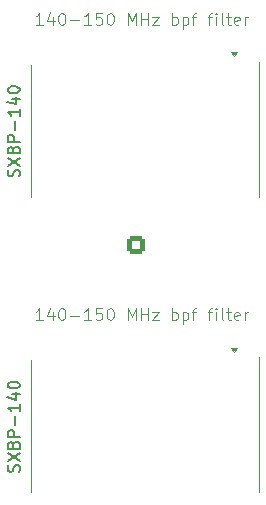
<source format=gto>
G04 #@! TF.GenerationSoftware,KiCad,Pcbnew,8.0.3*
G04 #@! TF.CreationDate,2024-06-27T10:28:22+02:00*
G04 #@! TF.ProjectId,145MHz_BPF,3134354d-487a-45f4-9250-462e6b696361,rev?*
G04 #@! TF.SameCoordinates,Original*
G04 #@! TF.FileFunction,Legend,Top*
G04 #@! TF.FilePolarity,Positive*
%FSLAX46Y46*%
G04 Gerber Fmt 4.6, Leading zero omitted, Abs format (unit mm)*
G04 Created by KiCad (PCBNEW 8.0.3) date 2024-06-27 10:28:22*
%MOMM*%
%LPD*%
G01*
G04 APERTURE LIST*
G04 Aperture macros list*
%AMRoundRect*
0 Rectangle with rounded corners*
0 $1 Rounding radius*
0 $2 $3 $4 $5 $6 $7 $8 $9 X,Y pos of 4 corners*
0 Add a 4 corners polygon primitive as box body*
4,1,4,$2,$3,$4,$5,$6,$7,$8,$9,$2,$3,0*
0 Add four circle primitives for the rounded corners*
1,1,$1+$1,$2,$3*
1,1,$1+$1,$4,$5*
1,1,$1+$1,$6,$7*
1,1,$1+$1,$8,$9*
0 Add four rect primitives between the rounded corners*
20,1,$1+$1,$2,$3,$4,$5,0*
20,1,$1+$1,$4,$5,$6,$7,0*
20,1,$1+$1,$6,$7,$8,$9,0*
20,1,$1+$1,$8,$9,$2,$3,0*%
G04 Aperture macros list end*
%ADD10C,0.100000*%
%ADD11C,0.150000*%
%ADD12C,0.120000*%
%ADD13RoundRect,0.250000X0.550000X-0.550000X0.550000X0.550000X-0.550000X0.550000X-0.550000X-0.550000X0*%
%ADD14C,1.600000*%
%ADD15RoundRect,0.250000X-0.550000X-0.550000X0.550000X-0.550000X0.550000X0.550000X-0.550000X0.550000X0*%
%ADD16R,1.524000X1.397000*%
G04 APERTURE END LIST*
D10*
X96827693Y-73372419D02*
X96256265Y-73372419D01*
X96541979Y-73372419D02*
X96541979Y-72372419D01*
X96541979Y-72372419D02*
X96446741Y-72515276D01*
X96446741Y-72515276D02*
X96351503Y-72610514D01*
X96351503Y-72610514D02*
X96256265Y-72658133D01*
X97684836Y-72705752D02*
X97684836Y-73372419D01*
X97446741Y-72324800D02*
X97208646Y-73039085D01*
X97208646Y-73039085D02*
X97827693Y-73039085D01*
X98399122Y-72372419D02*
X98494360Y-72372419D01*
X98494360Y-72372419D02*
X98589598Y-72420038D01*
X98589598Y-72420038D02*
X98637217Y-72467657D01*
X98637217Y-72467657D02*
X98684836Y-72562895D01*
X98684836Y-72562895D02*
X98732455Y-72753371D01*
X98732455Y-72753371D02*
X98732455Y-72991466D01*
X98732455Y-72991466D02*
X98684836Y-73181942D01*
X98684836Y-73181942D02*
X98637217Y-73277180D01*
X98637217Y-73277180D02*
X98589598Y-73324800D01*
X98589598Y-73324800D02*
X98494360Y-73372419D01*
X98494360Y-73372419D02*
X98399122Y-73372419D01*
X98399122Y-73372419D02*
X98303884Y-73324800D01*
X98303884Y-73324800D02*
X98256265Y-73277180D01*
X98256265Y-73277180D02*
X98208646Y-73181942D01*
X98208646Y-73181942D02*
X98161027Y-72991466D01*
X98161027Y-72991466D02*
X98161027Y-72753371D01*
X98161027Y-72753371D02*
X98208646Y-72562895D01*
X98208646Y-72562895D02*
X98256265Y-72467657D01*
X98256265Y-72467657D02*
X98303884Y-72420038D01*
X98303884Y-72420038D02*
X98399122Y-72372419D01*
X99161027Y-72991466D02*
X99922932Y-72991466D01*
X100922931Y-73372419D02*
X100351503Y-73372419D01*
X100637217Y-73372419D02*
X100637217Y-72372419D01*
X100637217Y-72372419D02*
X100541979Y-72515276D01*
X100541979Y-72515276D02*
X100446741Y-72610514D01*
X100446741Y-72610514D02*
X100351503Y-72658133D01*
X101827693Y-72372419D02*
X101351503Y-72372419D01*
X101351503Y-72372419D02*
X101303884Y-72848609D01*
X101303884Y-72848609D02*
X101351503Y-72800990D01*
X101351503Y-72800990D02*
X101446741Y-72753371D01*
X101446741Y-72753371D02*
X101684836Y-72753371D01*
X101684836Y-72753371D02*
X101780074Y-72800990D01*
X101780074Y-72800990D02*
X101827693Y-72848609D01*
X101827693Y-72848609D02*
X101875312Y-72943847D01*
X101875312Y-72943847D02*
X101875312Y-73181942D01*
X101875312Y-73181942D02*
X101827693Y-73277180D01*
X101827693Y-73277180D02*
X101780074Y-73324800D01*
X101780074Y-73324800D02*
X101684836Y-73372419D01*
X101684836Y-73372419D02*
X101446741Y-73372419D01*
X101446741Y-73372419D02*
X101351503Y-73324800D01*
X101351503Y-73324800D02*
X101303884Y-73277180D01*
X102494360Y-72372419D02*
X102589598Y-72372419D01*
X102589598Y-72372419D02*
X102684836Y-72420038D01*
X102684836Y-72420038D02*
X102732455Y-72467657D01*
X102732455Y-72467657D02*
X102780074Y-72562895D01*
X102780074Y-72562895D02*
X102827693Y-72753371D01*
X102827693Y-72753371D02*
X102827693Y-72991466D01*
X102827693Y-72991466D02*
X102780074Y-73181942D01*
X102780074Y-73181942D02*
X102732455Y-73277180D01*
X102732455Y-73277180D02*
X102684836Y-73324800D01*
X102684836Y-73324800D02*
X102589598Y-73372419D01*
X102589598Y-73372419D02*
X102494360Y-73372419D01*
X102494360Y-73372419D02*
X102399122Y-73324800D01*
X102399122Y-73324800D02*
X102351503Y-73277180D01*
X102351503Y-73277180D02*
X102303884Y-73181942D01*
X102303884Y-73181942D02*
X102256265Y-72991466D01*
X102256265Y-72991466D02*
X102256265Y-72753371D01*
X102256265Y-72753371D02*
X102303884Y-72562895D01*
X102303884Y-72562895D02*
X102351503Y-72467657D01*
X102351503Y-72467657D02*
X102399122Y-72420038D01*
X102399122Y-72420038D02*
X102494360Y-72372419D01*
X104018170Y-73372419D02*
X104018170Y-72372419D01*
X104018170Y-72372419D02*
X104351503Y-73086704D01*
X104351503Y-73086704D02*
X104684836Y-72372419D01*
X104684836Y-72372419D02*
X104684836Y-73372419D01*
X105161027Y-73372419D02*
X105161027Y-72372419D01*
X105161027Y-72848609D02*
X105732455Y-72848609D01*
X105732455Y-73372419D02*
X105732455Y-72372419D01*
X106113408Y-72705752D02*
X106637217Y-72705752D01*
X106637217Y-72705752D02*
X106113408Y-73372419D01*
X106113408Y-73372419D02*
X106637217Y-73372419D01*
X107780075Y-73372419D02*
X107780075Y-72372419D01*
X107780075Y-72753371D02*
X107875313Y-72705752D01*
X107875313Y-72705752D02*
X108065789Y-72705752D01*
X108065789Y-72705752D02*
X108161027Y-72753371D01*
X108161027Y-72753371D02*
X108208646Y-72800990D01*
X108208646Y-72800990D02*
X108256265Y-72896228D01*
X108256265Y-72896228D02*
X108256265Y-73181942D01*
X108256265Y-73181942D02*
X108208646Y-73277180D01*
X108208646Y-73277180D02*
X108161027Y-73324800D01*
X108161027Y-73324800D02*
X108065789Y-73372419D01*
X108065789Y-73372419D02*
X107875313Y-73372419D01*
X107875313Y-73372419D02*
X107780075Y-73324800D01*
X108684837Y-72705752D02*
X108684837Y-73705752D01*
X108684837Y-72753371D02*
X108780075Y-72705752D01*
X108780075Y-72705752D02*
X108970551Y-72705752D01*
X108970551Y-72705752D02*
X109065789Y-72753371D01*
X109065789Y-72753371D02*
X109113408Y-72800990D01*
X109113408Y-72800990D02*
X109161027Y-72896228D01*
X109161027Y-72896228D02*
X109161027Y-73181942D01*
X109161027Y-73181942D02*
X109113408Y-73277180D01*
X109113408Y-73277180D02*
X109065789Y-73324800D01*
X109065789Y-73324800D02*
X108970551Y-73372419D01*
X108970551Y-73372419D02*
X108780075Y-73372419D01*
X108780075Y-73372419D02*
X108684837Y-73324800D01*
X109446742Y-72705752D02*
X109827694Y-72705752D01*
X109589599Y-73372419D02*
X109589599Y-72515276D01*
X109589599Y-72515276D02*
X109637218Y-72420038D01*
X109637218Y-72420038D02*
X109732456Y-72372419D01*
X109732456Y-72372419D02*
X109827694Y-72372419D01*
X110780076Y-72705752D02*
X111161028Y-72705752D01*
X110922933Y-73372419D02*
X110922933Y-72515276D01*
X110922933Y-72515276D02*
X110970552Y-72420038D01*
X110970552Y-72420038D02*
X111065790Y-72372419D01*
X111065790Y-72372419D02*
X111161028Y-72372419D01*
X111494362Y-73372419D02*
X111494362Y-72705752D01*
X111494362Y-72372419D02*
X111446743Y-72420038D01*
X111446743Y-72420038D02*
X111494362Y-72467657D01*
X111494362Y-72467657D02*
X111541981Y-72420038D01*
X111541981Y-72420038D02*
X111494362Y-72372419D01*
X111494362Y-72372419D02*
X111494362Y-72467657D01*
X112113409Y-73372419D02*
X112018171Y-73324800D01*
X112018171Y-73324800D02*
X111970552Y-73229561D01*
X111970552Y-73229561D02*
X111970552Y-72372419D01*
X112351505Y-72705752D02*
X112732457Y-72705752D01*
X112494362Y-72372419D02*
X112494362Y-73229561D01*
X112494362Y-73229561D02*
X112541981Y-73324800D01*
X112541981Y-73324800D02*
X112637219Y-73372419D01*
X112637219Y-73372419D02*
X112732457Y-73372419D01*
X113446743Y-73324800D02*
X113351505Y-73372419D01*
X113351505Y-73372419D02*
X113161029Y-73372419D01*
X113161029Y-73372419D02*
X113065791Y-73324800D01*
X113065791Y-73324800D02*
X113018172Y-73229561D01*
X113018172Y-73229561D02*
X113018172Y-72848609D01*
X113018172Y-72848609D02*
X113065791Y-72753371D01*
X113065791Y-72753371D02*
X113161029Y-72705752D01*
X113161029Y-72705752D02*
X113351505Y-72705752D01*
X113351505Y-72705752D02*
X113446743Y-72753371D01*
X113446743Y-72753371D02*
X113494362Y-72848609D01*
X113494362Y-72848609D02*
X113494362Y-72943847D01*
X113494362Y-72943847D02*
X113018172Y-73039085D01*
X113922934Y-73372419D02*
X113922934Y-72705752D01*
X113922934Y-72896228D02*
X113970553Y-72800990D01*
X113970553Y-72800990D02*
X114018172Y-72753371D01*
X114018172Y-72753371D02*
X114113410Y-72705752D01*
X114113410Y-72705752D02*
X114208648Y-72705752D01*
D11*
X94822200Y-86210839D02*
X94869819Y-86067982D01*
X94869819Y-86067982D02*
X94869819Y-85829887D01*
X94869819Y-85829887D02*
X94822200Y-85734649D01*
X94822200Y-85734649D02*
X94774580Y-85687030D01*
X94774580Y-85687030D02*
X94679342Y-85639411D01*
X94679342Y-85639411D02*
X94584104Y-85639411D01*
X94584104Y-85639411D02*
X94488866Y-85687030D01*
X94488866Y-85687030D02*
X94441247Y-85734649D01*
X94441247Y-85734649D02*
X94393628Y-85829887D01*
X94393628Y-85829887D02*
X94346009Y-86020363D01*
X94346009Y-86020363D02*
X94298390Y-86115601D01*
X94298390Y-86115601D02*
X94250771Y-86163220D01*
X94250771Y-86163220D02*
X94155533Y-86210839D01*
X94155533Y-86210839D02*
X94060295Y-86210839D01*
X94060295Y-86210839D02*
X93965057Y-86163220D01*
X93965057Y-86163220D02*
X93917438Y-86115601D01*
X93917438Y-86115601D02*
X93869819Y-86020363D01*
X93869819Y-86020363D02*
X93869819Y-85782268D01*
X93869819Y-85782268D02*
X93917438Y-85639411D01*
X93869819Y-85306077D02*
X94869819Y-84639411D01*
X93869819Y-84639411D02*
X94869819Y-85306077D01*
X94346009Y-83925125D02*
X94393628Y-83782268D01*
X94393628Y-83782268D02*
X94441247Y-83734649D01*
X94441247Y-83734649D02*
X94536485Y-83687030D01*
X94536485Y-83687030D02*
X94679342Y-83687030D01*
X94679342Y-83687030D02*
X94774580Y-83734649D01*
X94774580Y-83734649D02*
X94822200Y-83782268D01*
X94822200Y-83782268D02*
X94869819Y-83877506D01*
X94869819Y-83877506D02*
X94869819Y-84258458D01*
X94869819Y-84258458D02*
X93869819Y-84258458D01*
X93869819Y-84258458D02*
X93869819Y-83925125D01*
X93869819Y-83925125D02*
X93917438Y-83829887D01*
X93917438Y-83829887D02*
X93965057Y-83782268D01*
X93965057Y-83782268D02*
X94060295Y-83734649D01*
X94060295Y-83734649D02*
X94155533Y-83734649D01*
X94155533Y-83734649D02*
X94250771Y-83782268D01*
X94250771Y-83782268D02*
X94298390Y-83829887D01*
X94298390Y-83829887D02*
X94346009Y-83925125D01*
X94346009Y-83925125D02*
X94346009Y-84258458D01*
X94869819Y-83258458D02*
X93869819Y-83258458D01*
X93869819Y-83258458D02*
X93869819Y-82877506D01*
X93869819Y-82877506D02*
X93917438Y-82782268D01*
X93917438Y-82782268D02*
X93965057Y-82734649D01*
X93965057Y-82734649D02*
X94060295Y-82687030D01*
X94060295Y-82687030D02*
X94203152Y-82687030D01*
X94203152Y-82687030D02*
X94298390Y-82734649D01*
X94298390Y-82734649D02*
X94346009Y-82782268D01*
X94346009Y-82782268D02*
X94393628Y-82877506D01*
X94393628Y-82877506D02*
X94393628Y-83258458D01*
X94488866Y-82258458D02*
X94488866Y-81496554D01*
X94869819Y-80496554D02*
X94869819Y-81067982D01*
X94869819Y-80782268D02*
X93869819Y-80782268D01*
X93869819Y-80782268D02*
X94012676Y-80877506D01*
X94012676Y-80877506D02*
X94107914Y-80972744D01*
X94107914Y-80972744D02*
X94155533Y-81067982D01*
X94203152Y-79639411D02*
X94869819Y-79639411D01*
X93822200Y-79877506D02*
X94536485Y-80115601D01*
X94536485Y-80115601D02*
X94536485Y-79496554D01*
X93869819Y-78925125D02*
X93869819Y-78829887D01*
X93869819Y-78829887D02*
X93917438Y-78734649D01*
X93917438Y-78734649D02*
X93965057Y-78687030D01*
X93965057Y-78687030D02*
X94060295Y-78639411D01*
X94060295Y-78639411D02*
X94250771Y-78591792D01*
X94250771Y-78591792D02*
X94488866Y-78591792D01*
X94488866Y-78591792D02*
X94679342Y-78639411D01*
X94679342Y-78639411D02*
X94774580Y-78687030D01*
X94774580Y-78687030D02*
X94822200Y-78734649D01*
X94822200Y-78734649D02*
X94869819Y-78829887D01*
X94869819Y-78829887D02*
X94869819Y-78925125D01*
X94869819Y-78925125D02*
X94822200Y-79020363D01*
X94822200Y-79020363D02*
X94774580Y-79067982D01*
X94774580Y-79067982D02*
X94679342Y-79115601D01*
X94679342Y-79115601D02*
X94488866Y-79163220D01*
X94488866Y-79163220D02*
X94250771Y-79163220D01*
X94250771Y-79163220D02*
X94060295Y-79115601D01*
X94060295Y-79115601D02*
X93965057Y-79067982D01*
X93965057Y-79067982D02*
X93917438Y-79020363D01*
X93917438Y-79020363D02*
X93869819Y-78925125D01*
D10*
X96827693Y-48372419D02*
X96256265Y-48372419D01*
X96541979Y-48372419D02*
X96541979Y-47372419D01*
X96541979Y-47372419D02*
X96446741Y-47515276D01*
X96446741Y-47515276D02*
X96351503Y-47610514D01*
X96351503Y-47610514D02*
X96256265Y-47658133D01*
X97684836Y-47705752D02*
X97684836Y-48372419D01*
X97446741Y-47324800D02*
X97208646Y-48039085D01*
X97208646Y-48039085D02*
X97827693Y-48039085D01*
X98399122Y-47372419D02*
X98494360Y-47372419D01*
X98494360Y-47372419D02*
X98589598Y-47420038D01*
X98589598Y-47420038D02*
X98637217Y-47467657D01*
X98637217Y-47467657D02*
X98684836Y-47562895D01*
X98684836Y-47562895D02*
X98732455Y-47753371D01*
X98732455Y-47753371D02*
X98732455Y-47991466D01*
X98732455Y-47991466D02*
X98684836Y-48181942D01*
X98684836Y-48181942D02*
X98637217Y-48277180D01*
X98637217Y-48277180D02*
X98589598Y-48324800D01*
X98589598Y-48324800D02*
X98494360Y-48372419D01*
X98494360Y-48372419D02*
X98399122Y-48372419D01*
X98399122Y-48372419D02*
X98303884Y-48324800D01*
X98303884Y-48324800D02*
X98256265Y-48277180D01*
X98256265Y-48277180D02*
X98208646Y-48181942D01*
X98208646Y-48181942D02*
X98161027Y-47991466D01*
X98161027Y-47991466D02*
X98161027Y-47753371D01*
X98161027Y-47753371D02*
X98208646Y-47562895D01*
X98208646Y-47562895D02*
X98256265Y-47467657D01*
X98256265Y-47467657D02*
X98303884Y-47420038D01*
X98303884Y-47420038D02*
X98399122Y-47372419D01*
X99161027Y-47991466D02*
X99922932Y-47991466D01*
X100922931Y-48372419D02*
X100351503Y-48372419D01*
X100637217Y-48372419D02*
X100637217Y-47372419D01*
X100637217Y-47372419D02*
X100541979Y-47515276D01*
X100541979Y-47515276D02*
X100446741Y-47610514D01*
X100446741Y-47610514D02*
X100351503Y-47658133D01*
X101827693Y-47372419D02*
X101351503Y-47372419D01*
X101351503Y-47372419D02*
X101303884Y-47848609D01*
X101303884Y-47848609D02*
X101351503Y-47800990D01*
X101351503Y-47800990D02*
X101446741Y-47753371D01*
X101446741Y-47753371D02*
X101684836Y-47753371D01*
X101684836Y-47753371D02*
X101780074Y-47800990D01*
X101780074Y-47800990D02*
X101827693Y-47848609D01*
X101827693Y-47848609D02*
X101875312Y-47943847D01*
X101875312Y-47943847D02*
X101875312Y-48181942D01*
X101875312Y-48181942D02*
X101827693Y-48277180D01*
X101827693Y-48277180D02*
X101780074Y-48324800D01*
X101780074Y-48324800D02*
X101684836Y-48372419D01*
X101684836Y-48372419D02*
X101446741Y-48372419D01*
X101446741Y-48372419D02*
X101351503Y-48324800D01*
X101351503Y-48324800D02*
X101303884Y-48277180D01*
X102494360Y-47372419D02*
X102589598Y-47372419D01*
X102589598Y-47372419D02*
X102684836Y-47420038D01*
X102684836Y-47420038D02*
X102732455Y-47467657D01*
X102732455Y-47467657D02*
X102780074Y-47562895D01*
X102780074Y-47562895D02*
X102827693Y-47753371D01*
X102827693Y-47753371D02*
X102827693Y-47991466D01*
X102827693Y-47991466D02*
X102780074Y-48181942D01*
X102780074Y-48181942D02*
X102732455Y-48277180D01*
X102732455Y-48277180D02*
X102684836Y-48324800D01*
X102684836Y-48324800D02*
X102589598Y-48372419D01*
X102589598Y-48372419D02*
X102494360Y-48372419D01*
X102494360Y-48372419D02*
X102399122Y-48324800D01*
X102399122Y-48324800D02*
X102351503Y-48277180D01*
X102351503Y-48277180D02*
X102303884Y-48181942D01*
X102303884Y-48181942D02*
X102256265Y-47991466D01*
X102256265Y-47991466D02*
X102256265Y-47753371D01*
X102256265Y-47753371D02*
X102303884Y-47562895D01*
X102303884Y-47562895D02*
X102351503Y-47467657D01*
X102351503Y-47467657D02*
X102399122Y-47420038D01*
X102399122Y-47420038D02*
X102494360Y-47372419D01*
X104018170Y-48372419D02*
X104018170Y-47372419D01*
X104018170Y-47372419D02*
X104351503Y-48086704D01*
X104351503Y-48086704D02*
X104684836Y-47372419D01*
X104684836Y-47372419D02*
X104684836Y-48372419D01*
X105161027Y-48372419D02*
X105161027Y-47372419D01*
X105161027Y-47848609D02*
X105732455Y-47848609D01*
X105732455Y-48372419D02*
X105732455Y-47372419D01*
X106113408Y-47705752D02*
X106637217Y-47705752D01*
X106637217Y-47705752D02*
X106113408Y-48372419D01*
X106113408Y-48372419D02*
X106637217Y-48372419D01*
X107780075Y-48372419D02*
X107780075Y-47372419D01*
X107780075Y-47753371D02*
X107875313Y-47705752D01*
X107875313Y-47705752D02*
X108065789Y-47705752D01*
X108065789Y-47705752D02*
X108161027Y-47753371D01*
X108161027Y-47753371D02*
X108208646Y-47800990D01*
X108208646Y-47800990D02*
X108256265Y-47896228D01*
X108256265Y-47896228D02*
X108256265Y-48181942D01*
X108256265Y-48181942D02*
X108208646Y-48277180D01*
X108208646Y-48277180D02*
X108161027Y-48324800D01*
X108161027Y-48324800D02*
X108065789Y-48372419D01*
X108065789Y-48372419D02*
X107875313Y-48372419D01*
X107875313Y-48372419D02*
X107780075Y-48324800D01*
X108684837Y-47705752D02*
X108684837Y-48705752D01*
X108684837Y-47753371D02*
X108780075Y-47705752D01*
X108780075Y-47705752D02*
X108970551Y-47705752D01*
X108970551Y-47705752D02*
X109065789Y-47753371D01*
X109065789Y-47753371D02*
X109113408Y-47800990D01*
X109113408Y-47800990D02*
X109161027Y-47896228D01*
X109161027Y-47896228D02*
X109161027Y-48181942D01*
X109161027Y-48181942D02*
X109113408Y-48277180D01*
X109113408Y-48277180D02*
X109065789Y-48324800D01*
X109065789Y-48324800D02*
X108970551Y-48372419D01*
X108970551Y-48372419D02*
X108780075Y-48372419D01*
X108780075Y-48372419D02*
X108684837Y-48324800D01*
X109446742Y-47705752D02*
X109827694Y-47705752D01*
X109589599Y-48372419D02*
X109589599Y-47515276D01*
X109589599Y-47515276D02*
X109637218Y-47420038D01*
X109637218Y-47420038D02*
X109732456Y-47372419D01*
X109732456Y-47372419D02*
X109827694Y-47372419D01*
X110780076Y-47705752D02*
X111161028Y-47705752D01*
X110922933Y-48372419D02*
X110922933Y-47515276D01*
X110922933Y-47515276D02*
X110970552Y-47420038D01*
X110970552Y-47420038D02*
X111065790Y-47372419D01*
X111065790Y-47372419D02*
X111161028Y-47372419D01*
X111494362Y-48372419D02*
X111494362Y-47705752D01*
X111494362Y-47372419D02*
X111446743Y-47420038D01*
X111446743Y-47420038D02*
X111494362Y-47467657D01*
X111494362Y-47467657D02*
X111541981Y-47420038D01*
X111541981Y-47420038D02*
X111494362Y-47372419D01*
X111494362Y-47372419D02*
X111494362Y-47467657D01*
X112113409Y-48372419D02*
X112018171Y-48324800D01*
X112018171Y-48324800D02*
X111970552Y-48229561D01*
X111970552Y-48229561D02*
X111970552Y-47372419D01*
X112351505Y-47705752D02*
X112732457Y-47705752D01*
X112494362Y-47372419D02*
X112494362Y-48229561D01*
X112494362Y-48229561D02*
X112541981Y-48324800D01*
X112541981Y-48324800D02*
X112637219Y-48372419D01*
X112637219Y-48372419D02*
X112732457Y-48372419D01*
X113446743Y-48324800D02*
X113351505Y-48372419D01*
X113351505Y-48372419D02*
X113161029Y-48372419D01*
X113161029Y-48372419D02*
X113065791Y-48324800D01*
X113065791Y-48324800D02*
X113018172Y-48229561D01*
X113018172Y-48229561D02*
X113018172Y-47848609D01*
X113018172Y-47848609D02*
X113065791Y-47753371D01*
X113065791Y-47753371D02*
X113161029Y-47705752D01*
X113161029Y-47705752D02*
X113351505Y-47705752D01*
X113351505Y-47705752D02*
X113446743Y-47753371D01*
X113446743Y-47753371D02*
X113494362Y-47848609D01*
X113494362Y-47848609D02*
X113494362Y-47943847D01*
X113494362Y-47943847D02*
X113018172Y-48039085D01*
X113922934Y-48372419D02*
X113922934Y-47705752D01*
X113922934Y-47896228D02*
X113970553Y-47800990D01*
X113970553Y-47800990D02*
X114018172Y-47753371D01*
X114018172Y-47753371D02*
X114113410Y-47705752D01*
X114113410Y-47705752D02*
X114208648Y-47705752D01*
D11*
X94822200Y-61210839D02*
X94869819Y-61067982D01*
X94869819Y-61067982D02*
X94869819Y-60829887D01*
X94869819Y-60829887D02*
X94822200Y-60734649D01*
X94822200Y-60734649D02*
X94774580Y-60687030D01*
X94774580Y-60687030D02*
X94679342Y-60639411D01*
X94679342Y-60639411D02*
X94584104Y-60639411D01*
X94584104Y-60639411D02*
X94488866Y-60687030D01*
X94488866Y-60687030D02*
X94441247Y-60734649D01*
X94441247Y-60734649D02*
X94393628Y-60829887D01*
X94393628Y-60829887D02*
X94346009Y-61020363D01*
X94346009Y-61020363D02*
X94298390Y-61115601D01*
X94298390Y-61115601D02*
X94250771Y-61163220D01*
X94250771Y-61163220D02*
X94155533Y-61210839D01*
X94155533Y-61210839D02*
X94060295Y-61210839D01*
X94060295Y-61210839D02*
X93965057Y-61163220D01*
X93965057Y-61163220D02*
X93917438Y-61115601D01*
X93917438Y-61115601D02*
X93869819Y-61020363D01*
X93869819Y-61020363D02*
X93869819Y-60782268D01*
X93869819Y-60782268D02*
X93917438Y-60639411D01*
X93869819Y-60306077D02*
X94869819Y-59639411D01*
X93869819Y-59639411D02*
X94869819Y-60306077D01*
X94346009Y-58925125D02*
X94393628Y-58782268D01*
X94393628Y-58782268D02*
X94441247Y-58734649D01*
X94441247Y-58734649D02*
X94536485Y-58687030D01*
X94536485Y-58687030D02*
X94679342Y-58687030D01*
X94679342Y-58687030D02*
X94774580Y-58734649D01*
X94774580Y-58734649D02*
X94822200Y-58782268D01*
X94822200Y-58782268D02*
X94869819Y-58877506D01*
X94869819Y-58877506D02*
X94869819Y-59258458D01*
X94869819Y-59258458D02*
X93869819Y-59258458D01*
X93869819Y-59258458D02*
X93869819Y-58925125D01*
X93869819Y-58925125D02*
X93917438Y-58829887D01*
X93917438Y-58829887D02*
X93965057Y-58782268D01*
X93965057Y-58782268D02*
X94060295Y-58734649D01*
X94060295Y-58734649D02*
X94155533Y-58734649D01*
X94155533Y-58734649D02*
X94250771Y-58782268D01*
X94250771Y-58782268D02*
X94298390Y-58829887D01*
X94298390Y-58829887D02*
X94346009Y-58925125D01*
X94346009Y-58925125D02*
X94346009Y-59258458D01*
X94869819Y-58258458D02*
X93869819Y-58258458D01*
X93869819Y-58258458D02*
X93869819Y-57877506D01*
X93869819Y-57877506D02*
X93917438Y-57782268D01*
X93917438Y-57782268D02*
X93965057Y-57734649D01*
X93965057Y-57734649D02*
X94060295Y-57687030D01*
X94060295Y-57687030D02*
X94203152Y-57687030D01*
X94203152Y-57687030D02*
X94298390Y-57734649D01*
X94298390Y-57734649D02*
X94346009Y-57782268D01*
X94346009Y-57782268D02*
X94393628Y-57877506D01*
X94393628Y-57877506D02*
X94393628Y-58258458D01*
X94488866Y-57258458D02*
X94488866Y-56496554D01*
X94869819Y-55496554D02*
X94869819Y-56067982D01*
X94869819Y-55782268D02*
X93869819Y-55782268D01*
X93869819Y-55782268D02*
X94012676Y-55877506D01*
X94012676Y-55877506D02*
X94107914Y-55972744D01*
X94107914Y-55972744D02*
X94155533Y-56067982D01*
X94203152Y-54639411D02*
X94869819Y-54639411D01*
X93822200Y-54877506D02*
X94536485Y-55115601D01*
X94536485Y-55115601D02*
X94536485Y-54496554D01*
X93869819Y-53925125D02*
X93869819Y-53829887D01*
X93869819Y-53829887D02*
X93917438Y-53734649D01*
X93917438Y-53734649D02*
X93965057Y-53687030D01*
X93965057Y-53687030D02*
X94060295Y-53639411D01*
X94060295Y-53639411D02*
X94250771Y-53591792D01*
X94250771Y-53591792D02*
X94488866Y-53591792D01*
X94488866Y-53591792D02*
X94679342Y-53639411D01*
X94679342Y-53639411D02*
X94774580Y-53687030D01*
X94774580Y-53687030D02*
X94822200Y-53734649D01*
X94822200Y-53734649D02*
X94869819Y-53829887D01*
X94869819Y-53829887D02*
X94869819Y-53925125D01*
X94869819Y-53925125D02*
X94822200Y-54020363D01*
X94822200Y-54020363D02*
X94774580Y-54067982D01*
X94774580Y-54067982D02*
X94679342Y-54115601D01*
X94679342Y-54115601D02*
X94488866Y-54163220D01*
X94488866Y-54163220D02*
X94250771Y-54163220D01*
X94250771Y-54163220D02*
X94060295Y-54115601D01*
X94060295Y-54115601D02*
X93965057Y-54067982D01*
X93965057Y-54067982D02*
X93917438Y-54020363D01*
X93917438Y-54020363D02*
X93869819Y-53925125D01*
D12*
X95808000Y-87953000D02*
X95808000Y-76777000D01*
X115112000Y-87953000D02*
X115112000Y-76523000D01*
X113030000Y-76055000D02*
X112790000Y-75719000D01*
X113270000Y-75719000D01*
X113030000Y-76055000D01*
G36*
X113030000Y-76055000D02*
G01*
X112790000Y-75719000D01*
X113270000Y-75719000D01*
X113030000Y-76055000D01*
G37*
X95808000Y-62953000D02*
X95808000Y-51777000D01*
X115112000Y-62953000D02*
X115112000Y-51523000D01*
X113030000Y-51055000D02*
X112790000Y-50719000D01*
X113270000Y-50719000D01*
X113030000Y-51055000D01*
G36*
X113030000Y-51055000D02*
G01*
X112790000Y-50719000D01*
X113270000Y-50719000D01*
X113030000Y-51055000D01*
G37*
%LPC*%
D13*
X88000000Y-91800000D03*
D14*
X88000000Y-86500000D03*
D15*
X104700000Y-92000000D03*
D13*
X122000000Y-91800000D03*
D14*
X122000000Y-84000000D03*
D16*
X113080000Y-77094500D03*
X113080000Y-87635500D03*
X108000000Y-77094500D03*
X108000000Y-87635500D03*
X102920000Y-77094500D03*
X102920000Y-87635500D03*
X97840000Y-77094500D03*
X97840000Y-87635500D03*
X113080000Y-52094500D03*
X113080000Y-62635500D03*
X108000000Y-52094500D03*
X108000000Y-62635500D03*
X102920000Y-52094500D03*
X102920000Y-62635500D03*
X97840000Y-52094500D03*
X97840000Y-62635500D03*
D13*
X122000000Y-66800000D03*
D14*
X122000000Y-59000000D03*
D15*
X104700000Y-67000000D03*
D13*
X88000000Y-66800000D03*
D14*
X88000000Y-61500000D03*
%LPD*%
M02*

</source>
